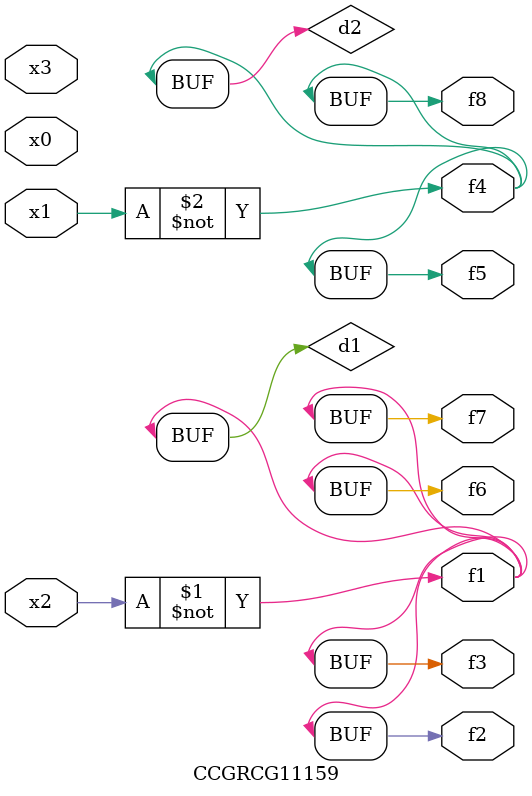
<source format=v>
module CCGRCG11159(
	input x0, x1, x2, x3,
	output f1, f2, f3, f4, f5, f6, f7, f8
);

	wire d1, d2;

	xnor (d1, x2);
	not (d2, x1);
	assign f1 = d1;
	assign f2 = d1;
	assign f3 = d1;
	assign f4 = d2;
	assign f5 = d2;
	assign f6 = d1;
	assign f7 = d1;
	assign f8 = d2;
endmodule

</source>
